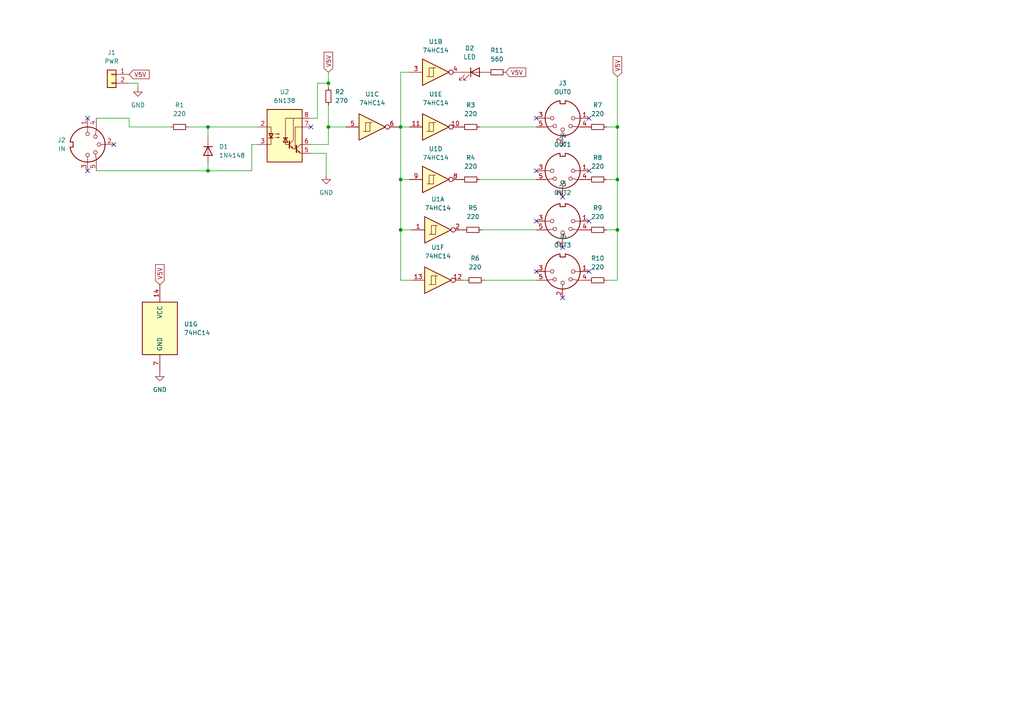
<source format=kicad_sch>
(kicad_sch (version 20211123) (generator eeschema)
  (paper "A4")
  (lib_symbols
    (symbol "74xx:74HC14" (pin_names (offset 1.016))
      (property "Reference" "U" (at 0 1.27 0))
      (property "Value" "74HC14" (at 0 -1.27 0))
      (symbol "74HC14_1_0"
        (polyline (pts (xy -3.81 3.81) (xy -3.81 -3.81) (xy 3.81 0) (xy -3.81 3.81)) (stroke (width 0.254)) (fill (type background)))
        (pin input line (at -7.62 0 0) (length 3.81) (name "~") (number "1"))
        (pin output inverted (at 7.62 0 180) (length 3.81) (name "~") (number "2"))
      )
      (symbol "74HC14_1_1"
        (polyline (pts (xy -1.905 -1.27) (xy -1.905 1.27) (xy -0.635 1.27)))
        (polyline (pts (xy -2.54 -1.27) (xy -0.635 -1.27) (xy -0.635 1.27) (xy 0 1.27)))
      )
      (symbol "74HC14_2_0"
        (polyline (pts (xy -3.81 3.81) (xy -3.81 -3.81) (xy 3.81 0) (xy -3.81 3.81)) (stroke (width 0.254)) (fill (type background)))
        (pin input line (at -7.62 0 0) (length 3.81) (name "~") (number "3"))
        (pin output inverted (at 7.62 0 180) (length 3.81) (name "~") (number "4"))
      )
      (symbol "74HC14_2_1"
        (polyline (pts (xy -1.905 -1.27) (xy -1.905 1.27) (xy -0.635 1.27)))
        (polyline (pts (xy -2.54 -1.27) (xy -0.635 -1.27) (xy -0.635 1.27) (xy 0 1.27)))
      )
      (symbol "74HC14_3_0"
        (polyline (pts (xy -3.81 3.81) (xy -3.81 -3.81) (xy 3.81 0) (xy -3.81 3.81)) (stroke (width 0.254)) (fill (type background)))
        (pin input line (at -7.62 0 0) (length 3.81) (name "~") (number "5"))
        (pin output inverted (at 7.62 0 180) (length 3.81) (name "~") (number "6"))
      )
      (symbol "74HC14_3_1"
        (polyline (pts (xy -1.905 -1.27) (xy -1.905 1.27) (xy -0.635 1.27)))
        (polyline (pts (xy -2.54 -1.27) (xy -0.635 -1.27) (xy -0.635 1.27) (xy 0 1.27)))
      )
      (symbol "74HC14_4_0"
        (polyline (pts (xy -3.81 3.81) (xy -3.81 -3.81) (xy 3.81 0) (xy -3.81 3.81)) (stroke (width 0.254)) (fill (type background)))
        (pin output inverted (at 7.62 0 180) (length 3.81) (name "~") (number "8"))
        (pin input line (at -7.62 0 0) (length 3.81) (name "~") (number "9"))
      )
      (symbol "74HC14_4_1"
        (polyline (pts (xy -1.905 -1.27) (xy -1.905 1.27) (xy -0.635 1.27)))
        (polyline (pts (xy -2.54 -1.27) (xy -0.635 -1.27) (xy -0.635 1.27) (xy 0 1.27)))
      )
      (symbol "74HC14_5_0"
        (polyline (pts (xy -3.81 3.81) (xy -3.81 -3.81) (xy 3.81 0) (xy -3.81 3.81)) (stroke (width 0.254)) (fill (type background)))
        (pin output inverted (at 7.62 0 180) (length 3.81) (name "~") (number "10"))
        (pin input line (at -7.62 0 0) (length 3.81) (name "~") (number "11"))
      )
      (symbol "74HC14_5_1"
        (polyline (pts (xy -1.905 -1.27) (xy -1.905 1.27) (xy -0.635 1.27)))
        (polyline (pts (xy -2.54 -1.27) (xy -0.635 -1.27) (xy -0.635 1.27) (xy 0 1.27)))
      )
      (symbol "74HC14_6_0"
        (polyline (pts (xy -3.81 3.81) (xy -3.81 -3.81) (xy 3.81 0) (xy -3.81 3.81)) (stroke (width 0.254)) (fill (type background)))
        (pin output inverted (at 7.62 0 180) (length 3.81) (name "~") (number "12"))
        (pin input line (at -7.62 0 0) (length 3.81) (name "~") (number "13"))
      )
      (symbol "74HC14_6_1"
        (polyline (pts (xy -1.905 -1.27) (xy -1.905 1.27) (xy -0.635 1.27)))
        (polyline (pts (xy -2.54 -1.27) (xy -0.635 -1.27) (xy -0.635 1.27) (xy 0 1.27)))
      )
      (symbol "74HC14_7_0"
        (pin power_in line (at 0 12.7 270) (length 5.08) (name "VCC") (number "14"))
        (pin power_in line (at 0 -12.7 90) (length 5.08) (name "GND") (number "7"))
      )
      (symbol "74HC14_7_1"
        (rectangle (start -5.08 7.62) (end 5.08 -7.62) (stroke (width 0.254)) (fill (type background)))
      )
    )
    (symbol "Connector:DIN-5_180degree" (pin_names (offset 1.016))
      (property "Reference" "J" (at 3.175 5.715 0))
      (property "Value" "DIN-5_180degree" (at 0 -6.35 0))
      (symbol "DIN-5_180degree_0_1"
        (arc (start -5.08 0) (mid -3.8597 -3.3379) (end -0.762 -5.08) (stroke (width 0.254)))
        (circle (center -3.048 0) (radius 0.508))
        (circle (center -2.286 2.286) (radius 0.508))
        (polyline (pts (xy -5.08 0) (xy -3.556 0)))
        (polyline (pts (xy 0 5.08) (xy 0 3.81)))
        (polyline (pts (xy 5.08 0) (xy 3.556 0)))
        (polyline (pts (xy -5.08 2.54) (xy -4.318 2.54) (xy -2.794 2.286)))
        (polyline (pts (xy 5.08 2.54) (xy 4.318 2.54) (xy 2.794 2.286)))
        (polyline (pts (xy -0.762 -4.953) (xy -0.762 -4.191) (xy 0.762 -4.191) (xy 0.762 -4.953)) (stroke (width 0.254)))
        (circle (center 0 3.302) (radius 0.508))
        (arc (start 0.762 -5.08) (mid 3.8673 -3.3444) (end 5.08 0) (stroke (width 0.254)))
        (circle (center 2.286 2.286) (radius 0.508))
        (circle (center 3.048 0) (radius 0.508))
        (arc (start 5.08 0) (mid 0 5.08) (end -5.08 0) (stroke (width 0.254)))
      )
      (symbol "DIN-5_180degree_1_1"
        (pin passive line (at -7.62 0 0) (length 2.54) (name "~") (number "1"))
        (pin passive line (at 0 7.62 270) (length 2.54) (name "~") (number "2"))
        (pin passive line (at 7.62 0 180) (length 2.54) (name "~") (number "3"))
        (pin passive line (at -7.62 2.54 0) (length 2.54) (name "~") (number "4"))
        (pin passive line (at 7.62 2.54 180) (length 2.54) (name "~") (number "5"))
      )
    )
    (symbol "Connector_Generic:Conn_01x02" (pin_names (offset 1.016) hide)
      (property "Reference" "J" (at 0 2.54 0))
      (property "Value" "Conn_01x02" (at 0 -5.08 0))
      (symbol "Conn_01x02_1_1"
        (rectangle (start -1.27 -2.413) (end 0 -2.667) (stroke (width 0.1524)))
        (rectangle (start -1.27 0.127) (end 0 -0.127) (stroke (width 0.1524)))
        (rectangle (start -1.27 1.27) (end 1.27 -3.81) (stroke (width 0.254)) (fill (type background)))
        (pin passive line (at -5.08 0 0) (length 3.81) (name "Pin_1") (number "1"))
        (pin passive line (at -5.08 -2.54 0) (length 3.81) (name "Pin_2") (number "2"))
      )
    )
    (symbol "Device:LED" (pin_numbers hide) (pin_names (offset 1.016) hide)
      (property "Reference" "D" (at 0 2.54 0))
      (property "Value" "LED" (at 0 -2.54 0))
      (symbol "LED_0_1"
        (polyline (pts (xy -1.27 -1.27) (xy -1.27 1.27)) (stroke (width 0.254)))
        (polyline (pts (xy -1.27 0) (xy 1.27 0)))
        (polyline (pts (xy 1.27 -1.27) (xy 1.27 1.27) (xy -1.27 0) (xy 1.27 -1.27)) (stroke (width 0.254)))
        (polyline (pts (xy -3.048 -0.762) (xy -4.572 -2.286) (xy -3.81 -2.286) (xy -4.572 -2.286) (xy -4.572 -1.524)))
        (polyline (pts (xy -1.778 -0.762) (xy -3.302 -2.286) (xy -2.54 -2.286) (xy -3.302 -2.286) (xy -3.302 -1.524)))
      )
      (symbol "LED_1_1"
        (pin passive line (at -3.81 0 0) (length 2.54) (name "K") (number "1"))
        (pin passive line (at 3.81 0 180) (length 2.54) (name "A") (number "2"))
      )
    )
    (symbol "Device:R_Small" (pin_numbers hide) (pin_names (offset 0.254) hide)
      (property "Reference" "R" (at 0.762 0.508 0))
      (property "Value" "R_Small" (at 0.762 -1.016 0))
      (symbol "R_Small_0_1"
        (rectangle (start -0.762 1.778) (end 0.762 -1.778) (stroke (width 0.2032)))
      )
      (symbol "R_Small_1_1"
        (pin passive line (at 0 2.54 270) (length 0.762) (name "~") (number "1"))
        (pin passive line (at 0 -2.54 90) (length 0.762) (name "~") (number "2"))
      )
    )
    (symbol "Diode:1N4148" (pin_numbers hide) (pin_names (offset 1.016) hide)
      (property "Reference" "D" (at 0 2.54 0))
      (property "Value" "1N4148" (at 0 -2.54 0))
      (symbol "1N4148_0_1"
        (polyline (pts (xy -1.27 1.27) (xy -1.27 -1.27)) (stroke (width 0.254)))
        (polyline (pts (xy 1.27 0) (xy -1.27 0)))
        (polyline (pts (xy 1.27 1.27) (xy 1.27 -1.27) (xy -1.27 0) (xy 1.27 1.27)) (stroke (width 0.254)))
      )
      (symbol "1N4148_1_1"
        (pin passive line (at -3.81 0 0) (length 2.54) (name "K") (number "1"))
        (pin passive line (at 3.81 0 180) (length 2.54) (name "A") (number "2"))
      )
    )
    (symbol "Isolator:6N138" (pin_names (offset 1.016) hide)
      (property "Reference" "U" (at -4.064 8.89 0))
      (property "Value" "6N138" (at 2.286 8.89 0))
      (symbol "6N138_0_1"
        (rectangle (start -5.08 7.62) (end 5.08 -7.62) (stroke (width 0.254)) (fill (type background)))
        (polyline (pts (xy -4.572 -0.635) (xy -3.302 -0.635)) (stroke (width 0.254)))
        (polyline (pts (xy 0.889 -0.635) (xy -0.381 -0.635)) (stroke (width 0.254)))
        (polyline (pts (xy 1.397 -2.667) (xy 2.54 -3.81)))
        (polyline (pts (xy 1.397 -2.413) (xy 2.54 -1.27)))
        (polyline (pts (xy 2.54 -3.81) (xy 3.175 -3.81)))
        (polyline (pts (xy 3.429 -3.937) (xy 4.572 -5.08)))
        (polyline (pts (xy 3.429 -3.683) (xy 4.572 -2.54)))
        (polyline (pts (xy 4.572 -5.08) (xy 5.08 -5.08)))
        (polyline (pts (xy 4.572 -2.54) (xy 5.08 -2.54)))
        (polyline (pts (xy 1.397 -1.524) (xy 1.397 -3.556) (xy 1.397 -3.556)) (stroke (width 0.3556)))
        (polyline (pts (xy 2.54 -1.27) (xy 2.54 5.08) (xy 5.08 5.08)))
        (polyline (pts (xy 3.429 -2.794) (xy 3.429 -4.826) (xy 3.429 -4.826)) (stroke (width 0.3556)))
        (polyline (pts (xy 5.08 2.54) (xy 3.048 2.54) (xy 3.048 -3.81)))
        (polyline (pts (xy -5.08 -2.54) (xy -3.937 -2.54) (xy -3.937 2.54) (xy -5.08 2.54)))
        (polyline (pts (xy -3.937 -0.635) (xy -4.572 0.635) (xy -3.302 0.635) (xy -3.937 -0.635)) (stroke (width 0.254)))
        (polyline (pts (xy 0.254 -0.635) (xy 0.889 -1.905) (xy -0.381 -1.905) (xy 0.254 -0.635)) (stroke (width 0.254)))
        (polyline (pts (xy 1.27 -2.54) (xy 0.254 -2.54) (xy 0.254 5.08) (xy 2.54 5.08)))
        (polyline (pts (xy 2.413 -3.683) (xy 2.159 -3.175) (xy 1.905 -3.429) (xy 2.413 -3.683)))
        (polyline (pts (xy 4.445 -4.953) (xy 4.191 -4.445) (xy 3.937 -4.699) (xy 4.445 -4.953)))
        (polyline (pts (xy -2.794 -0.508) (xy -1.524 -0.508) (xy -1.905 -0.635) (xy -1.905 -0.381) (xy -1.524 -0.508)))
        (polyline (pts (xy -2.794 0.508) (xy -1.524 0.508) (xy -1.905 0.381) (xy -1.905 0.635) (xy -1.524 0.508)))
      )
      (symbol "6N138_1_1"
        (pin no_connect line (at -5.08 5.08 0) (length 2.54) hide (name "NC") (number "1"))
        (pin passive line (at -7.62 2.54 0) (length 2.54) (name "C1") (number "2"))
        (pin passive line (at -7.62 -2.54 0) (length 2.54) (name "C2") (number "3"))
        (pin no_connect line (at -5.08 -5.08 0) (length 2.54) hide (name "NC") (number "4"))
        (pin passive line (at 7.62 -5.08 180) (length 2.54) (name "GND") (number "5"))
        (pin passive line (at 7.62 -2.54 180) (length 2.54) (name "VO2") (number "6"))
        (pin passive line (at 7.62 2.54 180) (length 2.54) (name "VO1") (number "7"))
        (pin passive line (at 7.62 5.08 180) (length 2.54) (name "VCC") (number "8"))
      )
    )
    (symbol "power:GND" (power) (pin_names (offset 0))
      (property "Value" "GND" (at 0 -3.81 0))
      (symbol "GND_0_1"
        (polyline (pts (xy 0 0) (xy 0 -1.27) (xy 1.27 -1.27) (xy 0 -2.54) (xy -1.27 -1.27) (xy 0 -1.27)))
      )
      (symbol "GND_1_1"
        (pin power_in line (at 0 0 270) (length 0) hide (name "GND") (number "1"))
      )
    )
  )
  (junction (at 179.07 36.83))
  (junction (at 179.07 66.675))
  (junction (at 95.25 24.13))
  (junction (at 116.205 36.83))
  (junction (at 60.325 49.53))
  (junction (at 116.205 66.675))
  (junction (at 60.325 36.83))
  (junction (at 179.07 52.07))
  (junction (at 95.25 36.83))
  (junction (at 116.205 52.07))
  (no_connect (at 155.575 64.135))
  (no_connect (at 155.575 34.29))
  (no_connect (at 170.815 34.29))
  (no_connect (at 170.815 64.135))
  (no_connect (at 155.575 49.53))
  (no_connect (at 170.815 49.53))
  (no_connect (at 155.575 78.74))
  (no_connect (at 170.815 78.74))
  (no_connect (at 33.02 41.91))
  (no_connect (at 25.4 49.53))
  (no_connect (at 25.4 34.29))
  (no_connect (at 163.195 41.91))
  (no_connect (at 163.195 57.15))
  (no_connect (at 163.195 86.36))
  (no_connect (at 163.195 71.755))
  (no_connect (at 90.17 36.83))
  (wire (pts (xy 179.07 66.675) (xy 179.07 81.28)))
  (wire (pts (xy 90.17 44.45) (xy 94.615 44.45)))
  (wire (pts (xy 175.895 36.83) (xy 179.07 36.83)))
  (wire (pts (xy 139.7 66.675) (xy 155.575 66.675)))
  (wire (pts (xy 140.335 81.28) (xy 155.575 81.28)))
  (wire (pts (xy 95.25 20.955) (xy 95.25 24.13)))
  (wire (pts (xy 139.065 52.07) (xy 155.575 52.07)))
  (wire (pts (xy 90.17 34.29) (xy 92.075 34.29)))
  (wire (pts (xy 37.465 34.29) (xy 37.465 36.83)))
  (wire (pts (xy 60.325 49.53) (xy 73.025 49.53)))
  (wire (pts (xy 95.25 24.13) (xy 95.25 25.4)))
  (wire (pts (xy 116.205 52.07) (xy 116.205 36.83)))
  (wire (pts (xy 175.895 52.07) (xy 179.07 52.07)))
  (wire (pts (xy 118.745 52.07) (xy 116.205 52.07)))
  (wire (pts (xy 179.07 22.225) (xy 179.07 36.83)))
  (wire (pts (xy 37.465 36.83) (xy 49.53 36.83)))
  (wire (pts (xy 95.25 30.48) (xy 95.25 36.83)))
  (wire (pts (xy 116.205 66.675) (xy 116.205 52.07)))
  (wire (pts (xy 27.94 49.53) (xy 60.325 49.53)))
  (wire (pts (xy 92.075 24.13) (xy 95.25 24.13)))
  (wire (pts (xy 179.07 52.07) (xy 179.07 66.675)))
  (wire (pts (xy 116.205 81.28) (xy 116.205 66.675)))
  (wire (pts (xy 115.57 36.83) (xy 116.205 36.83)))
  (wire (pts (xy 175.895 66.675) (xy 179.07 66.675)))
  (wire (pts (xy 74.93 36.83) (xy 60.325 36.83)))
  (wire (pts (xy 179.07 36.83) (xy 179.07 52.07)))
  (wire (pts (xy 116.205 36.83) (xy 118.745 36.83)))
  (wire (pts (xy 37.465 24.13) (xy 40.005 24.13)))
  (wire (pts (xy 54.61 36.83) (xy 60.325 36.83)))
  (wire (pts (xy 27.94 34.29) (xy 37.465 34.29)))
  (wire (pts (xy 94.615 44.45) (xy 94.615 50.8)))
  (wire (pts (xy 95.25 36.83) (xy 95.25 41.91)))
  (wire (pts (xy 60.325 49.53) (xy 60.325 47.625)))
  (wire (pts (xy 175.895 81.28) (xy 179.07 81.28)))
  (wire (pts (xy 73.025 41.91) (xy 74.93 41.91)))
  (wire (pts (xy 95.25 36.83) (xy 100.33 36.83)))
  (wire (pts (xy 73.025 49.53) (xy 73.025 41.91)))
  (wire (pts (xy 92.075 34.29) (xy 92.075 24.13)))
  (wire (pts (xy 119.38 81.28) (xy 116.205 81.28)))
  (wire (pts (xy 134.62 81.28) (xy 135.255 81.28)))
  (wire (pts (xy 90.17 41.91) (xy 95.25 41.91)))
  (wire (pts (xy 116.205 20.955) (xy 116.205 36.83)))
  (wire (pts (xy 119.38 66.675) (xy 116.205 66.675)))
  (wire (pts (xy 40.005 24.13) (xy 40.005 25.4)))
  (wire (pts (xy 139.065 36.83) (xy 155.575 36.83)))
  (wire (pts (xy 118.745 20.955) (xy 116.205 20.955)))
  (wire (pts (xy 60.325 36.83) (xy 60.325 40.005)))
  (global_label "V5V" (shape input) (at 146.685 20.955 0) (property "Intersheet References" "${INTERSHEET_REFS}" (effects hide)))
  (global_label "V5V" (shape input) (at 95.25 20.955 90) (property "Intersheet References" "${INTERSHEET_REFS}" (effects hide)))
  (global_label "V5V" (shape input) (at 37.465 21.59 0) (property "Intersheet References" "${INTERSHEET_REFS}" (effects hide)))
  (global_label "V5V" (shape input) (at 179.07 22.225 90) (property "Intersheet References" "${INTERSHEET_REFS}" (effects hide)))
  (global_label "V5V" (shape input) (at 46.355 82.55 90) (property "Intersheet References" "${INTERSHEET_REFS}" (effects hide)))
  (symbol (lib_id "Isolator:6N138") (at 82.55 39.37 0) (unit 1)
    (property "Reference" "U2" (at 82.55 26.67 0))
    (property "Value" "6N138" (at 82.55 29.21 0))
    (property "Footprint" "Package_DIP:DIP-8_W7.62mm" (effects hide))
    (property "Datasheet" "http://www.onsemi.com/pub/Collateral/HCPL2731-D.pdf" (effects hide))
  )
  (symbol (lib_id "74xx:74HC14") (at 107.95 36.83 0) (unit 3)
    (property "Reference" "U1" (at 107.95 27.305 0))
    (property "Value" "74HC14" (at 107.95 29.845 0))
    (property "Footprint" "Package_DIP:DIP-14_W7.62mm" (effects hide))
    (property "Datasheet" "http://www.ti.com/lit/gpn/sn74HC14" (effects hide))
  )
  (symbol (lib_id "Connector:DIN-5_180degree") (at 163.195 49.53 180) (unit 1)
    (property "Reference" "J4" (at 163.1949 39.37 0))
    (property "Value" "OUT1" (at 163.1949 41.91 0))
    (property "Footprint" "Eurocad:MIDI_DIN5" (effects hide))
    (property "Datasheet" "http://www.mouser.com/ds/2/18/40_c091_abd_e-75918.pdf" (effects hide))
  )
  (symbol (lib_id "Device:R_Small") (at 173.355 81.28 90) (unit 1)
    (property "Reference" "R10" (at 173.355 74.93 90))
    (property "Value" "220" (at 173.355 77.47 90))
    (property "Footprint" "Resistor_THT:R_Axial_DIN0204_L3.6mm_D1.6mm_P5.08mm_Horizontal" (effects hide))
  )
  (symbol (lib_id "Device:R_Small") (at 173.355 52.07 90) (unit 1)
    (property "Reference" "R8" (at 173.355 45.72 90))
    (property "Value" "220" (at 173.355 48.26 90))
    (property "Footprint" "Resistor_THT:R_Axial_DIN0204_L3.6mm_D1.6mm_P5.08mm_Horizontal" (effects hide))
  )
  (symbol (lib_id "Device:R_Small") (at 95.25 27.94 180) (unit 1)
    (property "Reference" "R2" (at 97.155 26.6699 0) (effects (justify right)))
    (property "Value" "270" (at 97.155 29.2099 0) (effects (justify right)))
    (property "Footprint" "Resistor_THT:R_Axial_DIN0204_L3.6mm_D1.6mm_P5.08mm_Horizontal" (effects hide))
  )
  (symbol (lib_id "Device:R_Small") (at 137.795 81.28 90) (unit 1)
    (property "Reference" "R6" (at 137.795 74.93 90))
    (property "Value" "220" (at 137.795 77.47 90))
    (property "Footprint" "Resistor_THT:R_Axial_DIN0204_L3.6mm_D1.6mm_P5.08mm_Horizontal" (effects hide))
  )
  (symbol (lib_id "Device:R_Small") (at 52.07 36.83 90) (unit 1)
    (property "Reference" "R1" (at 52.07 30.48 90))
    (property "Value" "220" (at 52.07 33.02 90))
    (property "Footprint" "Resistor_THT:R_Axial_DIN0204_L3.6mm_D1.6mm_P5.08mm_Horizontal" (effects hide))
  )
  (symbol (lib_id "Device:R_Small") (at 136.525 52.07 90) (unit 1)
    (property "Reference" "R4" (at 136.525 45.72 90))
    (property "Value" "220" (at 136.525 48.26 90))
    (property "Footprint" "Resistor_THT:R_Axial_DIN0204_L3.6mm_D1.6mm_P5.08mm_Horizontal" (effects hide))
  )
  (symbol (lib_id "Diode:1N4148") (at 60.325 43.815 270) (unit 1)
    (property "Reference" "D1" (at 63.5 42.5449 90) (effects (justify left)))
    (property "Value" "1N4148" (at 63.5 45.0849 90) (effects (justify left)))
    (property "Footprint" "Diode_THT:D_DO-35_SOD27_P7.62mm_Horizontal" (effects hide))
    (property "Datasheet" "https://assets.nexperia.com/documents/data-sheet/1N4148_1N4448.pdf" (effects hide))
  )
  (symbol (lib_id "power:GND") (at 40.005 25.4 0) (unit 1)
    (property "Reference" "#PWR01" (effects hide))
    (property "Value" "GND" (at 40.005 30.48 0))
  )
  (symbol (lib_id "74xx:74HC14") (at 127 66.675 0) (unit 1)
    (property "Reference" "U1" (at 127 57.785 0))
    (property "Value" "74HC14" (at 127 60.325 0))
    (property "Footprint" "Package_DIP:DIP-14_W7.62mm" (effects hide))
    (property "Datasheet" "http://www.ti.com/lit/gpn/sn74HC14" (effects hide))
  )
  (symbol (lib_id "74xx:74HC14") (at 126.365 36.83 0) (unit 5)
    (property "Reference" "U1" (at 126.365 27.305 0))
    (property "Value" "74HC14" (at 126.365 29.845 0))
    (property "Footprint" "Package_DIP:DIP-14_W7.62mm" (effects hide))
    (property "Datasheet" "http://www.ti.com/lit/gpn/sn74HC14" (effects hide))
  )
  (symbol (lib_id "74xx:74HC14") (at 126.365 52.07 0) (unit 4)
    (property "Reference" "U1" (at 126.365 43.18 0))
    (property "Value" "74HC14" (at 126.365 45.72 0))
    (property "Footprint" "Package_DIP:DIP-14_W7.62mm" (effects hide))
    (property "Datasheet" "http://www.ti.com/lit/gpn/sn74HC14" (effects hide))
  )
  (symbol (lib_id "Connector:DIN-5_180degree") (at 163.195 34.29 180) (unit 1)
    (property "Reference" "J3" (at 163.1949 24.13 0))
    (property "Value" "OUT0" (at 163.1949 26.67 0))
    (property "Footprint" "Eurocad:MIDI_DIN5" (effects hide))
    (property "Datasheet" "http://www.mouser.com/ds/2/18/40_c091_abd_e-75918.pdf" (effects hide))
  )
  (symbol (lib_id "Connector:DIN-5_180degree") (at 163.195 78.74 180) (unit 1)
    (property "Reference" "J6" (at 163.1949 68.58 0))
    (property "Value" "OUT3" (at 163.1949 71.12 0))
    (property "Footprint" "Eurocad:MIDI_DIN5" (effects hide))
    (property "Datasheet" "http://www.mouser.com/ds/2/18/40_c091_abd_e-75918.pdf" (effects hide))
  )
  (symbol (lib_id "Connector_Generic:Conn_01x02") (at 32.385 21.59 0) (mirror y) (unit 1)
    (property "Reference" "J1" (at 32.385 15.24 0))
    (property "Value" "PWR" (at 32.385 17.78 0))
    (property "Footprint" "Connector_PinHeader_2.54mm:PinHeader_1x02_P2.54mm_Vertical" (effects hide))
  )
  (symbol (lib_id "Device:R_Small") (at 136.525 36.83 90) (unit 1)
    (property "Reference" "R3" (at 136.525 30.48 90))
    (property "Value" "220" (at 136.525 33.02 90))
    (property "Footprint" "Resistor_THT:R_Axial_DIN0204_L3.6mm_D1.6mm_P5.08mm_Horizontal" (effects hide))
  )
  (symbol (lib_id "Device:R_Small") (at 137.16 66.675 90) (unit 1)
    (property "Reference" "R5" (at 137.16 60.325 90))
    (property "Value" "220" (at 137.16 62.865 90))
    (property "Footprint" "Resistor_THT:R_Axial_DIN0204_L3.6mm_D1.6mm_P5.08mm_Horizontal" (effects hide))
  )
  (symbol (lib_id "Device:R_Small") (at 173.355 36.83 90) (unit 1)
    (property "Reference" "R7" (at 173.355 30.48 90))
    (property "Value" "220" (at 173.355 33.02 90))
    (property "Footprint" "Resistor_THT:R_Axial_DIN0204_L3.6mm_D1.6mm_P5.08mm_Horizontal" (effects hide))
  )
  (symbol (lib_id "74xx:74HC14") (at 126.365 20.955 0) (unit 2)
    (property "Reference" "U1" (at 126.365 12.065 0))
    (property "Value" "74HC14" (at 126.365 14.605 0))
    (property "Footprint" "Package_DIP:DIP-14_W7.62mm" (effects hide))
    (property "Datasheet" "http://www.ti.com/lit/gpn/sn74HC14" (effects hide))
  )
  (symbol (lib_id "74xx:74HC14") (at 127 81.28 0) (unit 6)
    (property "Reference" "U1" (at 127 71.755 0))
    (property "Value" "74HC14" (at 127 74.295 0))
    (property "Footprint" "Package_DIP:DIP-14_W7.62mm" (effects hide))
    (property "Datasheet" "http://www.ti.com/lit/gpn/sn74HC14" (effects hide))
  )
  (symbol (lib_id "power:GND") (at 94.615 50.8 0) (unit 1)
    (property "Reference" "#PWR03" (effects hide))
    (property "Value" "GND" (at 94.615 55.88 0))
  )
  (symbol (lib_id "Device:R_Small") (at 144.145 20.955 90) (unit 1)
    (property "Reference" "R11" (at 144.145 14.605 90))
    (property "Value" "560" (at 144.145 17.145 90))
    (property "Footprint" "Resistor_THT:R_Axial_DIN0204_L3.6mm_D1.6mm_P5.08mm_Horizontal" (effects hide))
  )
  (symbol (lib_id "Device:LED") (at 137.795 20.955 0) (unit 1)
    (property "Reference" "D2" (at 136.2075 13.97 0))
    (property "Value" "LED" (at 136.2075 16.51 0))
    (property "Footprint" "LED_THT:LED_D3.0mm" (effects hide))
  )
  (symbol (lib_id "Connector:DIN-5_180degree") (at 25.4 41.91 270) (unit 1)
    (property "Reference" "J2" (at 19.05 40.64 90) (effects (justify right)))
    (property "Value" "IN" (at 19.05 43.18 90) (effects (justify right)))
    (property "Footprint" "Eurocad:MIDI_DIN5" (effects hide))
    (property "Datasheet" "http://www.mouser.com/ds/2/18/40_c091_abd_e-75918.pdf" (effects hide))
  )
  (symbol (lib_id "Connector:DIN-5_180degree") (at 163.195 64.135 180) (unit 1)
    (property "Reference" "J5" (at 163.1949 53.34 0))
    (property "Value" "OUT2" (at 163.1949 55.88 0))
    (property "Footprint" "Eurocad:MIDI_DIN5" (effects hide))
    (property "Datasheet" "http://www.mouser.com/ds/2/18/40_c091_abd_e-75918.pdf" (effects hide))
  )
  (symbol (lib_id "74xx:74HC14") (at 46.355 95.25 0) (unit 7)
    (property "Reference" "U1" (at 53.34 93.9799 0) (effects (justify left)))
    (property "Value" "74HC14" (at 53.34 96.5199 0) (effects (justify left)))
    (property "Footprint" "Package_DIP:DIP-14_W7.62mm" (effects hide))
    (property "Datasheet" "http://www.ti.com/lit/gpn/sn74HC14" (effects hide))
  )
  (symbol (lib_id "power:GND") (at 46.355 107.95 0) (unit 1)
    (property "Reference" "#PWR02" (effects hide))
    (property "Value" "GND" (at 46.355 113.03 0))
  )
  (symbol (lib_id "Device:R_Small") (at 173.355 66.675 90) (unit 1)
    (property "Reference" "R9" (at 173.355 60.325 90))
    (property "Value" "220" (at 173.355 62.865 90))
    (property "Footprint" "Resistor_THT:R_Axial_DIN0204_L3.6mm_D1.6mm_P5.08mm_Horizontal" (effects hide))
  )
)
</source>
